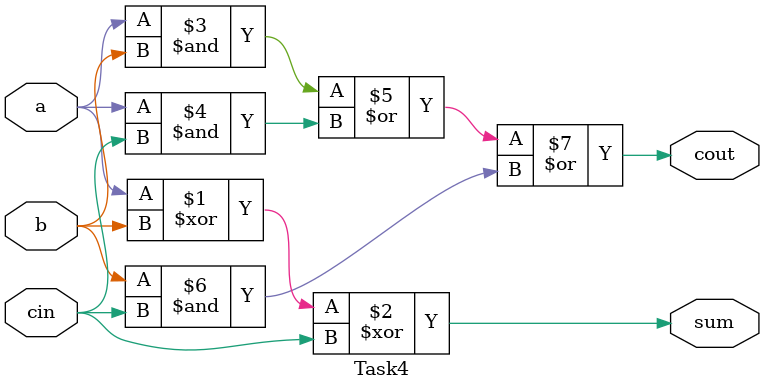
<source format=v>
`timescale 1ns / 1ps


module Task4(
    input a,
    input b,
    input cin,
    output sum,
    output cout
    );
    assign sum = a ^ b ^ cin;
    assign cout = a & b | a & cin | b & cin; 
    
endmodule

</source>
